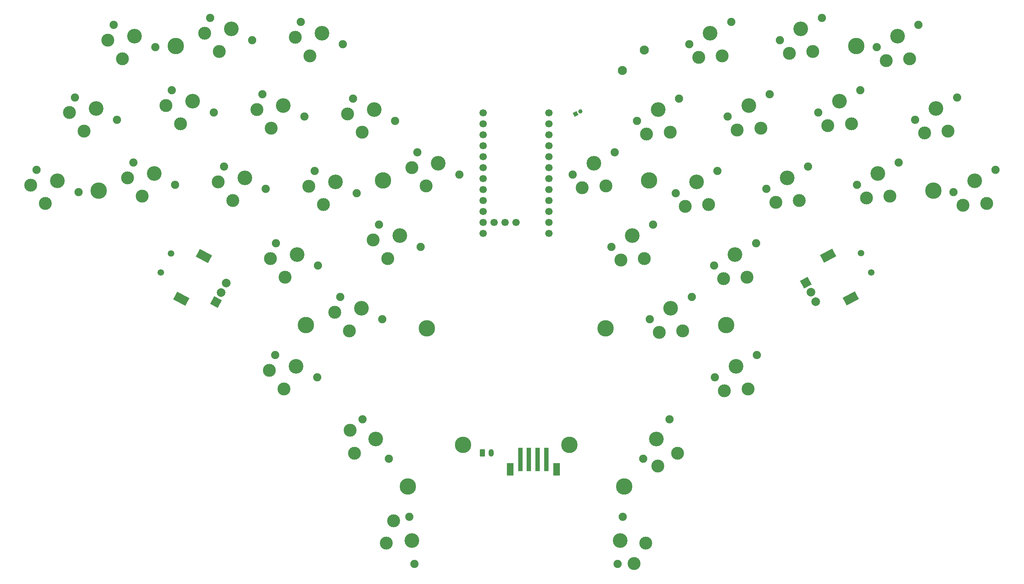
<source format=gts>
G04 #@! TF.GenerationSoftware,KiCad,Pcbnew,8.0.1*
G04 #@! TF.CreationDate,2025-01-05T22:43:36+02:00*
G04 #@! TF.ProjectId,DeeDee_v1,44656544-6565-45f7-9631-2e6b69636164,v1.0.0*
G04 #@! TF.SameCoordinates,Original*
G04 #@! TF.FileFunction,Soldermask,Top*
G04 #@! TF.FilePolarity,Negative*
%FSLAX46Y46*%
G04 Gerber Fmt 4.6, Leading zero omitted, Abs format (unit mm)*
G04 Created by KiCad (PCBNEW 8.0.1) date 2025-01-05 22:43:36*
%MOMM*%
%LPD*%
G01*
G04 APERTURE LIST*
G04 Aperture macros list*
%AMRoundRect*
0 Rectangle with rounded corners*
0 $1 Rounding radius*
0 $2 $3 $4 $5 $6 $7 $8 $9 X,Y pos of 4 corners*
0 Add a 4 corners polygon primitive as box body*
4,1,4,$2,$3,$4,$5,$6,$7,$8,$9,$2,$3,0*
0 Add four circle primitives for the rounded corners*
1,1,$1+$1,$2,$3*
1,1,$1+$1,$4,$5*
1,1,$1+$1,$6,$7*
1,1,$1+$1,$8,$9*
0 Add four rect primitives between the rounded corners*
20,1,$1+$1,$2,$3,$4,$5,0*
20,1,$1+$1,$4,$5,$6,$7,0*
20,1,$1+$1,$6,$7,$8,$9,0*
20,1,$1+$1,$8,$9,$2,$3,0*%
%AMHorizOval*
0 Thick line with rounded ends*
0 $1 width*
0 $2 $3 position (X,Y) of the first rounded end (center of the circle)*
0 $4 $5 position (X,Y) of the second rounded end (center of the circle)*
0 Add line between two ends*
20,1,$1,$2,$3,$4,$5,0*
0 Add two circle primitives to create the rounded ends*
1,1,$1,$2,$3*
1,1,$1,$4,$5*%
%AMRotRect*
0 Rectangle, with rotation*
0 The origin of the aperture is its center*
0 $1 length*
0 $2 width*
0 $3 Rotation angle, in degrees counterclockwise*
0 Add horizontal line*
21,1,$1,$2,0,0,$3*%
G04 Aperture macros list end*
%ADD10C,3.800000*%
%ADD11RotRect,1.000000X1.000000X118.000000*%
%ADD12HorizOval,1.000000X0.000000X0.000000X0.000000X0.000000X0*%
%ADD13RotRect,3.200000X2.000000X152.000000*%
%ADD14C,1.500000*%
%ADD15RotRect,2.000000X2.000000X152.000000*%
%ADD16C,2.000000*%
%ADD17RotRect,3.200000X2.000000X28.000000*%
%ADD18RotRect,2.000000X2.000000X28.000000*%
%ADD19RoundRect,0.240000X-0.360000X-0.635000X0.360000X-0.635000X0.360000X0.635000X-0.360000X0.635000X0*%
%ADD20O,1.200000X1.750000*%
%ADD21C,2.100000*%
%ADD22R,1.000000X5.500000*%
%ADD23R,1.600000X3.000000*%
%ADD24C,1.900000*%
%ADD25C,3.000000*%
%ADD26C,3.400000*%
%ADD27C,1.700000*%
G04 APERTURE END LIST*
D10*
X193525000Y-160925000D03*
X218200000Y-160925000D03*
X157118565Y-133164714D03*
D11*
X219605556Y-84222313D03*
D12*
X220726899Y-83626083D03*
D10*
X254494365Y-133164711D03*
D13*
X128239013Y-127028304D03*
X133497094Y-117139291D03*
D14*
X123513741Y-121004867D03*
X125861099Y-116590129D03*
D15*
X136316481Y-127812203D03*
D16*
X138663838Y-123397467D03*
X137490160Y-125604835D03*
D10*
X185150000Y-133900000D03*
X230872274Y-170597886D03*
D17*
X278078279Y-117068654D03*
X283336360Y-126957667D03*
D14*
X285714275Y-116519491D03*
X288061630Y-120934228D03*
D18*
X272911534Y-123326828D03*
D16*
X275258891Y-127741566D03*
X274085212Y-125534195D03*
D10*
X284635100Y-68438087D03*
X126977827Y-68438087D03*
D19*
X198006462Y-162821682D03*
D20*
X200006464Y-162821684D03*
D10*
X236654447Y-99612701D03*
X226550000Y-133900000D03*
X174958486Y-99612703D03*
X302475018Y-101990096D03*
D21*
X230439162Y-74180268D03*
X235537760Y-69383987D03*
D22*
X212806466Y-164321686D03*
X210806467Y-164321687D03*
X208806465Y-164321684D03*
X206806466Y-164321686D03*
D23*
X215206466Y-166571686D03*
X204406466Y-166571686D03*
D10*
X109137913Y-101990096D03*
X180740646Y-170597884D03*
D24*
X177764560Y-85815024D03*
D25*
X170114992Y-88486469D03*
D26*
X172908348Y-83232930D03*
D25*
X166733092Y-84196626D03*
D24*
X168052136Y-80650836D03*
X299052997Y-63603383D03*
D25*
X296990141Y-71439016D03*
D26*
X294196785Y-66185477D03*
D25*
X291542565Y-71843888D03*
D24*
X289340573Y-68767571D03*
X144682021Y-67092160D03*
D25*
X137032453Y-69763605D03*
D26*
X139825809Y-64510066D03*
D25*
X133650553Y-65473762D03*
D24*
X134969597Y-61927972D03*
X316892915Y-97155395D03*
D25*
X314830059Y-104991028D03*
D26*
X312036703Y-99737489D03*
D25*
X309382483Y-105395900D03*
D24*
X307180491Y-102319583D03*
X230513559Y-177631168D03*
D26*
X229938650Y-183101039D03*
D25*
X235856054Y-183722983D03*
X233145467Y-188465630D03*
D24*
X229363741Y-188570910D03*
X168844602Y-102591030D03*
D25*
X161195034Y-105262475D03*
D26*
X163988390Y-100008936D03*
D25*
X157813134Y-100972632D03*
D24*
X159132178Y-97426842D03*
X261603192Y-140144298D03*
D25*
X259540336Y-147979931D03*
D26*
X256746980Y-142726392D03*
D25*
X254092760Y-148384803D03*
D24*
X251890768Y-145308486D03*
X159722164Y-145308493D03*
D25*
X152072596Y-147979938D03*
D26*
X154865952Y-142726399D03*
D25*
X148690696Y-143690095D03*
D24*
X150009740Y-140144305D03*
X228662678Y-93102585D03*
D25*
X226599822Y-100938218D03*
D26*
X223806466Y-95684679D03*
D25*
X221152246Y-101343090D03*
D24*
X218950254Y-98266773D03*
X264562046Y-79677411D03*
D25*
X262499190Y-87513044D03*
D26*
X259705834Y-82259505D03*
D25*
X257051614Y-87917916D03*
D24*
X254849622Y-84841599D03*
X126842106Y-100644169D03*
D25*
X119192538Y-103315614D03*
D26*
X121985894Y-98062075D03*
D25*
X115810638Y-99025771D03*
D24*
X117129682Y-95479981D03*
X113352400Y-85543573D03*
D25*
X105702832Y-88215018D03*
D26*
X108496188Y-82961479D03*
D25*
X102320932Y-83925175D03*
D24*
X103639976Y-80379385D03*
X276643333Y-61927973D03*
D25*
X274580477Y-69763606D03*
D26*
X271787121Y-64510067D03*
D25*
X269132901Y-70168478D03*
D24*
X266930909Y-67092161D03*
X261400713Y-114202844D03*
D25*
X259337857Y-122038477D03*
D26*
X256544501Y-116784938D03*
D25*
X253890281Y-122443349D03*
D24*
X251688289Y-119367032D03*
D27*
X213426466Y-83984679D03*
X213426467Y-86524677D03*
X213426466Y-89064678D03*
X213426466Y-91604682D03*
X213426465Y-94144678D03*
X213426466Y-96684678D03*
X213426465Y-99224678D03*
X213426467Y-101764676D03*
X213426466Y-104304678D03*
X213426467Y-106844679D03*
X213426466Y-109384677D03*
X213426466Y-111924678D03*
X198186466Y-111924678D03*
X198186466Y-109384677D03*
X198186465Y-106844679D03*
X198186466Y-104304678D03*
X198186466Y-101764674D03*
X198186467Y-99224678D03*
X198186466Y-96684678D03*
X198186467Y-94144678D03*
X198186465Y-91604680D03*
X198186466Y-89064678D03*
X198186465Y-86524677D03*
X198186466Y-83984679D03*
X200726466Y-109384678D03*
X203266466Y-109384679D03*
X205806466Y-109384678D03*
D24*
X104432441Y-102319578D03*
D25*
X96782873Y-104991023D03*
D26*
X99576229Y-99737484D03*
D25*
X93400973Y-100701180D03*
D24*
X94720017Y-97155390D03*
X255642082Y-62901400D03*
D25*
X253579226Y-70737033D03*
D26*
X250785870Y-65483494D03*
D25*
X248131650Y-71141905D03*
D24*
X245929658Y-68065588D03*
X135762064Y-83868162D03*
D25*
X128112496Y-86539607D03*
D26*
X130905852Y-81286068D03*
D25*
X124730596Y-82249764D03*
D24*
X126049640Y-78703974D03*
X294483249Y-95479979D03*
D25*
X292420393Y-103315612D03*
D26*
X289627037Y-98062073D03*
D25*
X286972817Y-103720484D03*
D24*
X284770825Y-100644167D03*
X307972958Y-80379384D03*
D25*
X305910102Y-88215017D03*
D26*
X303116746Y-82961478D03*
D25*
X300462526Y-88619889D03*
D24*
X298260534Y-85543572D03*
X241385111Y-155011977D03*
D25*
X243242324Y-162898882D03*
D26*
X238309550Y-159571684D03*
D25*
X238622477Y-165813848D03*
D24*
X235233989Y-164131391D03*
X252480759Y-97426842D03*
D25*
X250417903Y-105262475D03*
D26*
X247624547Y-100008936D03*
D25*
X244970327Y-105667347D03*
D24*
X242768335Y-102591030D03*
X285563295Y-78703972D03*
D25*
X283500439Y-86539605D03*
D26*
X280707083Y-81286066D03*
D25*
X278052863Y-86944477D03*
D24*
X275850871Y-83868160D03*
X122272358Y-68767567D03*
D25*
X114622790Y-71439012D03*
D26*
X117416146Y-66185473D03*
D25*
X111240890Y-67149169D03*
D24*
X112559934Y-63603379D03*
X156763313Y-84841595D03*
D25*
X149113745Y-87513040D03*
D26*
X151907101Y-82259501D03*
D25*
X145731845Y-83223197D03*
D24*
X147050889Y-79677407D03*
X182249190Y-188570907D03*
D25*
X175756877Y-183722982D03*
D26*
X181674282Y-183101037D03*
D25*
X177422183Y-178520409D03*
D24*
X181099374Y-177631167D03*
X176378942Y-164131389D03*
D25*
X168370607Y-162898880D03*
D26*
X173303381Y-159571682D03*
D25*
X167398526Y-157523467D03*
D24*
X170227820Y-155011975D03*
X192662673Y-98266778D03*
D25*
X185013105Y-100938223D03*
D26*
X187806461Y-95684684D03*
D25*
X181631205Y-96648380D03*
D24*
X182950249Y-93102590D03*
X273482005Y-96453408D03*
D25*
X271419149Y-104289041D03*
D26*
X268625793Y-99035502D03*
D25*
X265971573Y-104693913D03*
D24*
X263769581Y-101617596D03*
X237582637Y-109878592D03*
D25*
X235519781Y-117714225D03*
D26*
X232726425Y-112460686D03*
D25*
X230072205Y-118119097D03*
D24*
X227870213Y-115042780D03*
X147843354Y-101617598D03*
D25*
X140193786Y-104289043D03*
D26*
X142987142Y-99035504D03*
D25*
X136811886Y-99999200D03*
D24*
X138130930Y-96453410D03*
X183742718Y-115042778D03*
D25*
X176093150Y-117714223D03*
D26*
X178886506Y-112460684D03*
D25*
X172711250Y-113424380D03*
D24*
X174030294Y-109878590D03*
X174822759Y-131818784D03*
D25*
X167173191Y-134490229D03*
D26*
X169966547Y-129236690D03*
D25*
X163791291Y-130200386D03*
D24*
X165110335Y-126654596D03*
X243560796Y-80650839D03*
D25*
X241497940Y-88486472D03*
D26*
X238704584Y-83232933D03*
D25*
X236050364Y-88891344D03*
D24*
X233848372Y-85815027D03*
X246502599Y-126654599D03*
D25*
X244439743Y-134490232D03*
D26*
X241646387Y-129236693D03*
D25*
X238992167Y-134895104D03*
D24*
X236790175Y-131818787D03*
X159924641Y-119367037D03*
D25*
X152275073Y-122038482D03*
D26*
X155068429Y-116784943D03*
D25*
X148893173Y-117748639D03*
D24*
X150212217Y-114202849D03*
X165683275Y-68065587D03*
D25*
X158033707Y-70737032D03*
D26*
X160827063Y-65483493D03*
D25*
X154651807Y-66447189D03*
D24*
X155970851Y-62901399D03*
M02*

</source>
